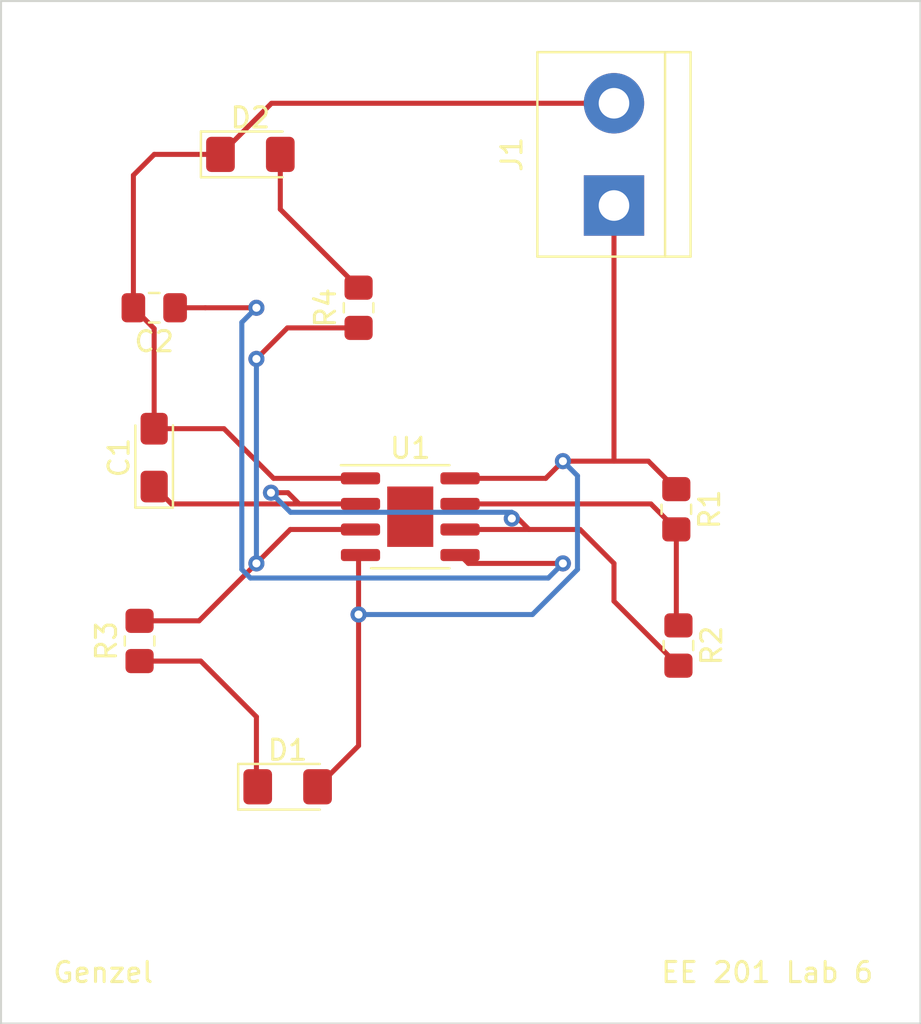
<source format=kicad_pcb>
(kicad_pcb (version 20211014) (generator pcbnew)
  (layers (0 "F.Cu" signal) (31 "B.Cu" signal) (34 "B.Paste" user) (35 "F.Paste" user) (36 "B.SilkS" user "B.Silkscreen") (37 "F.SilkS" user "F.Silkscreen") (38 "B.Mask" user) (39 "F.Mask" user) (44 "Edge.Cuts" user))
  (net 0 "")
  (net 1 "/pin_2")
  (net 2 "GND")
  (net 3 "Net-(C2-Pad1)")
  (net 4 "Net-(D1-Pad1)")
  (net 5 "+9V")
  (net 6 "Net-(D2-Pad2)")
  (net 7 "/pin_7")
  (net 8 "/pin_3")
  (footprint "LED_SMD:LED_1206_3216Metric_Pad1.42x1.75mm_HandSolder" (layer "F.Cu") (at 136.86 63.5)
    (fp_text reference "D2" (at 0 -1.82) (layer "F.SilkS"))
    (fp_text value "LED")
    (fp_line (start -2.46 1.135) (end 1.6 1.135) (layer "F.SilkS") (width 0.12))
    (fp_line (start -2.46 -1.135) (end -2.46 1.135) (layer "F.SilkS") (width 0.12))
    (fp_line (start 1.6 -1.135) (end -2.46 -1.135) (layer "F.SilkS") (width 0.12))
    (pad "1" smd roundrect (at -1.4875 0) (size 1.425 1.75) (layers "F.Cu" "F.Paste" "F.Mask") (roundrect_rratio 0.175439) (net 2 "GND"))
    (pad "2" smd roundrect (at 1.4875 0) (size 1.425 1.75) (layers "F.Cu" "F.Paste" "F.Mask") (roundrect_rratio 0.175439) (net 6 "Net-(D2-Pad2)"))
  )
  (footprint "Resistor_SMD:R_0805_2012Metric_Pad1.20x1.40mm_HandSolder" (layer "F.Cu") (at 158.04 81.13 -90)
    (fp_text reference "R1" (at 0 -1.65 90) (layer "F.SilkS"))
    (fp_text value "1k")
    (fp_line (start -0.227064 -0.735) (end 0.227064 -0.735) (layer "F.SilkS") (width 0.12))
    (fp_line (start -0.227064 0.735) (end 0.227064 0.735) (layer "F.SilkS") (width 0.12))
    (pad "1" smd roundrect (at -1 0 270) (size 1.2 1.4) (layers "F.Cu" "F.Paste" "F.Mask") (roundrect_rratio 0.208333) (net 5 "+9V"))
    (pad "2" smd roundrect (at 1 0 270) (size 1.2 1.4) (layers "F.Cu" "F.Paste" "F.Mask") (roundrect_rratio 0.208333) (net 7 "/pin_7"))
  )
  (footprint "Resistor_SMD:R_0805_2012Metric_Pad1.20x1.40mm_HandSolder" (layer "F.Cu") (at 131.35 87.672936 90)
    (fp_text reference "R3" (at 0 -1.65 90) (layer "F.SilkS"))
    (fp_text value "1k")
    (fp_line (start -0.227064 0.735) (end 0.227064 0.735) (layer "F.SilkS") (width 0.12))
    (fp_line (start -0.227064 -0.735) (end 0.227064 -0.735) (layer "F.SilkS") (width 0.12))
    (pad "1" smd roundrect (at -1 0 90) (size 1.2 1.4) (layers "F.Cu" "F.Paste" "F.Mask") (roundrect_rratio 0.208333) (net 4 "Net-(D1-Pad1)"))
    (pad "2" smd roundrect (at 1 0 90) (size 1.2 1.4) (layers "F.Cu" "F.Paste" "F.Mask") (roundrect_rratio 0.208333) (net 8 "/pin_3"))
  )
  (footprint "Package_SO:SOIC-8-1EP_3.9x4.9mm_P1.27mm_EP2.29x3mm" (layer "F.Cu") (at 144.81 81.5)
    (fp_text reference "U1" (at 0 -3.4) (layer "F.SilkS"))
    (fp_text value "NE555D")
    (fp_line (start 0 2.56) (end -1.95 2.56) (layer "F.SilkS") (width 0.12))
    (fp_line (start 0 -2.56) (end -3.45 -2.56) (layer "F.SilkS") (width 0.12))
    (fp_line (start 0 2.56) (end 1.95 2.56) (layer "F.SilkS") (width 0.12))
    (fp_line (start 0 -2.56) (end 1.95 -2.56) (layer "F.SilkS") (width 0.12))
    (pad "1" smd roundrect (at -2.475 -1.905) (size 1.95 0.6) (layers "F.Cu" "F.Paste" "F.Mask") (net 2 "GND"))
    (pad "2" smd roundrect (at -2.475 -0.635) (size 1.95 0.6) (layers "F.Cu" "F.Paste" "F.Mask") (net 1 "/pin_2"))
    (pad "3" smd roundrect (at -2.475 0.635) (size 1.95 0.6) (layers "F.Cu" "F.Paste" "F.Mask") (net 8 "/pin_3"))
    (pad "4" smd roundrect (at -2.475 1.905) (size 1.95 0.6) (layers "F.Cu" "F.Paste" "F.Mask") (net 5 "+9V"))
    (pad "5" smd roundrect (at 2.475 1.905) (size 1.95 0.6) (layers "F.Cu" "F.Paste" "F.Mask") (net 3 "Net-(C2-Pad1)"))
    (pad "6" smd roundrect (at 2.475 0.635) (size 1.95 0.6) (layers "F.Cu" "F.Paste" "F.Mask") (net 1 "/pin_2"))
    (pad "7" smd roundrect (at 2.475 -0.635) (size 1.95 0.6) (layers "F.Cu" "F.Paste" "F.Mask") (net 7 "/pin_7"))
    (pad "8" smd roundrect (at 2.475 -1.905) (size 1.95 0.6) (layers "F.Cu" "F.Paste" "F.Mask") (net 5 "+9V"))
    (pad "9" smd rect (at 0 0) (size 2.29 3) (layers "F.Cu" "F.Mask"))
  )
  (footprint "Capacitor_Tantalum_SMD:CP_EIA-3216-18_Kemet-A_Pad1.58x1.35mm_HandSolder" (layer "F.Cu") (at 132.075 78.565 90)
    (fp_text reference "C1" (at 0 -1.75 90) (layer "F.SilkS"))
    (fp_text value "10μF")
    (fp_line (start -2.485 -0.935) (end -2.485 0.935) (layer "F.SilkS") (width 0.12))
    (fp_line (start 1.6 -0.935) (end -2.485 -0.935) (layer "F.SilkS") (width 0.12))
    (fp_line (start -2.485 0.935) (end 1.6 0.935) (layer "F.SilkS") (width 0.12))
    (pad "1" smd roundrect (at -1.4375 0 90) (size 1.575 1.35) (layers "F.Cu" "F.Paste" "F.Mask") (roundrect_rratio 0.185185) (net 1 "/pin_2"))
    (pad "2" smd roundrect (at 1.4375 0 90) (size 1.575 1.35) (layers "F.Cu" "F.Paste" "F.Mask") (roundrect_rratio 0.185185) (net 2 "GND"))
  )
  (footprint "LED_SMD:LED_1206_3216Metric_Pad1.42x1.75mm_HandSolder" (layer "F.Cu") (at 138.7125 94.9175)
    (fp_text reference "D1" (at 0 -1.82) (layer "F.SilkS"))
    (fp_text value "LED")
    (fp_line (start -2.46 1.135) (end 1.6 1.135) (layer "F.SilkS") (width 0.12))
    (fp_line (start -2.46 -1.135) (end -2.46 1.135) (layer "F.SilkS") (width 0.12))
    (fp_line (start 1.6 -1.135) (end -2.46 -1.135) (layer "F.SilkS") (width 0.12))
    (pad "1" smd roundrect (at -1.4875 0) (size 1.425 1.75) (layers "F.Cu" "F.Paste" "F.Mask") (roundrect_rratio 0.175439) (net 4 "Net-(D1-Pad1)"))
    (pad "2" smd roundrect (at 1.4875 0) (size 1.425 1.75) (layers "F.Cu" "F.Paste" "F.Mask") (roundrect_rratio 0.175439) (net 5 "+9V"))
  )
  (footprint "TerminalBlock:TerminalBlock_bornier-2_P5.08mm" (layer "F.Cu") (at 154.94 66.04 90)
    (fp_text reference "J1" (at 2.54 -5.08 90) (layer "F.SilkS"))
    (fp_text value "Conn_01x02_Male")
    (fp_line (start -2.54 3.81) (end 7.62 3.81) (layer "F.SilkS") (width 0.12))
    (fp_line (start -2.54 -3.81) (end -2.54 3.81) (layer "F.SilkS") (width 0.12))
    (fp_line (start 7.62 2.54) (end -2.54 2.54) (layer "F.SilkS") (width 0.12))
    (fp_line (start 7.62 -3.81) (end -2.54 -3.81) (layer "F.SilkS") (width 0.12))
    (fp_line (start 7.62 3.81) (end 7.62 -3.81) (layer "F.SilkS") (width 0.12))
    (pad "1" thru_hole rect (at 0 0 90) (size 3 3) (drill 1.52) (layers *.Cu *.Mask) (net 5 "+9V"))
    (pad "2" thru_hole circle (at 5.08 0 90) (size 3 3) (drill 1.52) (layers *.Cu *.Mask) (net 2 "GND"))
  )
  (footprint "Capacitor_SMD:C_0805_2012Metric_Pad1.18x1.45mm_HandSolder" (layer "F.Cu") (at 132.08 71.12 180)
    (fp_text reference "C2" (at 0 -1.68) (layer "F.SilkS"))
    (fp_text value "0.01μF")
    (fp_line (start -0.261252 -0.735) (end 0.261252 -0.735) (layer "F.SilkS") (width 0.12))
    (fp_line (start -0.261252 0.735) (end 0.261252 0.735) (layer "F.SilkS") (width 0.12))
    (pad "1" smd roundrect (at -1.0375 0 180) (size 1.175 1.45) (layers "F.Cu" "F.Paste" "F.Mask") (roundrect_rratio 0.212766) (net 3 "Net-(C2-Pad1)"))
    (pad "2" smd roundrect (at 1.0375 0 180) (size 1.175 1.45) (layers "F.Cu" "F.Paste" "F.Mask") (roundrect_rratio 0.212766) (net 2 "GND"))
  )
  (footprint "Resistor_SMD:R_0805_2012Metric_Pad1.20x1.40mm_HandSolder" (layer "F.Cu") (at 158.145 87.9 -90)
    (fp_text reference "R2" (at 0 -1.65 90) (layer "F.SilkS"))
    (fp_text value "10k")
    (fp_line (start -0.227064 0.735) (end 0.227064 0.735) (layer "F.SilkS") (width 0.12))
    (fp_line (start -0.227064 -0.735) (end 0.227064 -0.735) (layer "F.SilkS") (width 0.12))
    (pad "1" smd roundrect (at -1 0 270) (size 1.2 1.4) (layers "F.Cu" "F.Paste" "F.Mask") (roundrect_rratio 0.208333) (net 7 "/pin_7"))
    (pad "2" smd roundrect (at 1 0 270) (size 1.2 1.4) (layers "F.Cu" "F.Paste" "F.Mask") (roundrect_rratio 0.208333) (net 1 "/pin_2"))
  )
  (footprint "Resistor_SMD:R_0805_2012Metric_Pad1.20x1.40mm_HandSolder" (layer "F.Cu") (at 142.24 71.12 90)
    (fp_text reference "R4" (at 0 -1.65 90) (layer "F.SilkS"))
    (fp_text value "1k")
    (fp_line (start -0.227064 0.735) (end 0.227064 0.735) (layer "F.SilkS") (width 0.12))
    (fp_line (start -0.227064 -0.735) (end 0.227064 -0.735) (layer "F.SilkS") (width 0.12))
    (pad "1" smd roundrect (at -1 0 90) (size 1.2 1.4) (layers "F.Cu" "F.Paste" "F.Mask") (roundrect_rratio 0.208333) (net 8 "/pin_3"))
    (pad "2" smd roundrect (at 1 0 90) (size 1.2 1.4) (layers "F.Cu" "F.Paste" "F.Mask") (roundrect_rratio 0.208333) (net 6 "Net-(D2-Pad2)"))
  )
  (gr_rect (start 124.46 55.88) (end 170.18 106.68) (layer "Edge.Cuts") (width 0.1) (fill none))
  (gr_text "EE 201 Lab 6" (at 162.56 104.14) (layer "F.SilkS") (effects (font (size 1 1))))
  (gr_text "Genzel" (at 129.54 104.14) (layer "F.SilkS") (effects (font (size 1 1))))
  (segment (start 150.715 82.135) (end 153.255 82.135) (width 0.25) (layer "F.Cu") (net 1))
  (segment (start 149.895 81.315) (end 149.86 81.315) (width 0.25) (layer "F.Cu") (net 1))
  (segment (start 154.94 83.82) (end 154.94 85.695) (width 0.25) (layer "F.Cu") (net 1))
  (segment (start 150.715 82.135) (end 149.895 81.315) (width 0.25) (layer "F.Cu") (net 1))
  (segment (start 153.255 82.135) (end 154.94 83.82) (width 0.25) (layer "F.Cu") (net 1))
  (segment (start 138.72765 80.30765) (end 137.8845 80.30765) (width 0.25) (layer "F.Cu") (net 1))
  (segment (start 139.285 80.865) (end 142.335 80.865) (width 0.25) (layer "F.Cu") (net 1))
  (segment (start 132.9375 80.865) (end 139.285 80.865) (width 0.25) (layer "F.Cu") (net 1))
  (segment (start 154.94 85.695) (end 158.145 88.9) (width 0.25) (layer "F.Cu") (net 1))
  (segment (start 147.285 82.135) (end 150.715 82.135) (width 0.25) (layer "F.Cu") (net 1))
  (segment (start 132.075 80.0025) (end 132.9375 80.865) (width 0.25) (layer "F.Cu") (net 1))
  (segment (start 139.285 80.865) (end 138.72765 80.30765) (width 0.25) (layer "F.Cu") (net 1))
  (segment (start 149.86 81.315) (end 149.86 81.5895) (width 0.25) (layer "F.Cu") (net 1))
  (via (at 137.8845 80.30765) (size 0.8) (drill 0.4) (layers "F.Cu" "B.Cu") (net 1))
  (via (at 149.86 81.5895) (size 0.8) (drill 0.4) (layers "F.Cu" "B.Cu") (net 1))
  (segment (start 149.86 81.5895) (end 149.86 81.28) (width 0.25) (layer "B.Cu") (net 1))
  (segment (start 137.8845 80.30765) (end 138.85685 81.28) (width 0.25) (layer "B.Cu") (net 1))
  (segment (start 138.85685 81.28) (end 149.86 81.28) (width 0.25) (layer "B.Cu") (net 1))
  (segment (start 131.0425 71.12) (end 132.075 72.1525) (width 0.25) (layer "F.Cu") (net 2))
  (segment (start 131.0425 64.5375) (end 131.0425 71.12) (width 0.25) (layer "F.Cu") (net 2))
  (segment (start 137.9125 60.96) (end 135.3725 63.5) (width 0.25) (layer "F.Cu") (net 2))
  (segment (start 132.075 72.1525) (end 132.075 77.1275) (width 0.25) (layer "F.Cu") (net 2))
  (segment (start 135.3725 63.5) (end 132.08 63.5) (width 0.25) (layer "F.Cu") (net 2))
  (segment (start 138.015 79.595) (end 142.335 79.595) (width 0.25) (layer "F.Cu") (net 2))
  (segment (start 132.08 63.5) (end 131.0425 64.5375) (width 0.25) (layer "F.Cu") (net 2))
  (segment (start 132.075 77.1275) (end 135.5475 77.1275) (width 0.25) (layer "F.Cu") (net 2))
  (segment (start 154.94 60.96) (end 137.9125 60.96) (width 0.25) (layer "F.Cu") (net 2))
  (segment (start 135.5475 77.1275) (end 138.015 79.595) (width 0.25) (layer "F.Cu") (net 2))
  (segment (start 152.4 83.82) (end 147.7 83.82) (width 0.25) (layer "F.Cu") (net 3))
  (segment (start 133.1175 71.12) (end 134.62 71.12) (width 0.25) (layer "F.Cu") (net 3))
  (segment (start 147.7 83.82) (end 147.285 83.405) (width 0.25) (layer "F.Cu") (net 3))
  (segment (start 134.62 71.12) (end 137.16 71.12) (width 0.25) (layer "F.Cu") (net 3))
  (via (at 152.4 83.82) (size 0.8) (drill 0.4) (layers "F.Cu" "B.Cu") (net 3))
  (via (at 137.16 71.12) (size 0.8) (drill 0.4) (layers "F.Cu" "B.Cu") (net 3))
  (segment (start 151.675 84.545) (end 152.4 83.82) (width 0.25) (layer "B.Cu") (net 3))
  (segment (start 136.859695 84.545) (end 151.675 84.545) (width 0.25) (layer "B.Cu") (net 3))
  (segment (start 137.16 71.12) (end 136.435 71.845) (width 0.25) (layer "B.Cu") (net 3))
  (segment (start 136.435 84.120305) (end 136.859695 84.545) (width 0.25) (layer "B.Cu") (net 3))
  (segment (start 136.435 71.845) (end 136.435 84.120305) (width 0.25) (layer "B.Cu") (net 3))
  (segment (start 137.225 94.9175) (end 137.16 94.8525) (width 0.25) (layer "F.Cu") (net 4))
  (segment (start 137.16 91.44) (end 134.392936 88.672936) (width 0.25) (layer "F.Cu") (net 4))
  (segment (start 137.16 94.8525) (end 137.16 91.44) (width 0.25) (layer "F.Cu") (net 4))
  (segment (start 134.392936 88.672936) (end 131.35 88.672936) (width 0.25) (layer "F.Cu") (net 4))
  (segment (start 151.545 79.595) (end 152.4 78.74) (width 0.25) (layer "F.Cu") (net 5))
  (segment (start 156.65 78.74) (end 154.94 78.74) (width 0.25) (layer "F.Cu") (net 5))
  (segment (start 154.94 78.74) (end 154.94 66.04) (width 0.25) (layer "F.Cu") (net 5))
  (segment (start 152.4 78.74) (end 154.94 78.74) (width 0.25) (layer "F.Cu") (net 5))
  (segment (start 142.24 92.8775) (end 142.24 83.5) (width 0.25) (layer "F.Cu") (net 5))
  (segment (start 151.545 79.595) (end 147.285 79.595) (width 0.25) (layer "F.Cu") (net 5))
  (segment (start 142.24 83.5) (end 142.335 83.405) (width 0.25) (layer "F.Cu") (net 5))
  (segment (start 140.2 94.9175) (end 142.24 92.8775) (width 0.25) (layer "F.Cu") (net 5))
  (segment (start 156.65 78.74) (end 158.04 80.13) (width 0.25) (layer "F.Cu") (net 5))
  (via (at 142.24 86.36) (size 0.8) (drill 0.4) (layers "F.Cu" "B.Cu") (net 5))
  (via (at 152.4 78.74) (size 0.8) (drill 0.4) (layers "F.Cu" "B.Cu") (net 5))
  (segment (start 153.125 84.120305) (end 153.125 79.465) (width 0.25) (layer "B.Cu") (net 5))
  (segment (start 150.885305 86.36) (end 153.125 84.120305) (width 0.25) (layer "B.Cu") (net 5))
  (segment (start 142.24 86.36) (end 150.885305 86.36) (width 0.25) (layer "B.Cu") (net 5))
  (segment (start 153.125 79.465) (end 152.4 78.74) (width 0.25) (layer "B.Cu") (net 5))
  (segment (start 138.3475 66.2275) (end 138.3475 63.5) (width 0.25) (layer "F.Cu") (net 6))
  (segment (start 142.24 70.12) (end 138.3475 66.2275) (width 0.25) (layer "F.Cu") (net 6))
  (segment (start 158.04 82.13) (end 156.775 80.865) (width 0.25) (layer "F.Cu") (net 7))
  (segment (start 158.04 86.795) (end 158.04 82.13) (width 0.25) (layer "F.Cu") (net 7))
  (segment (start 158.145 86.9) (end 158.04 86.795) (width 0.25) (layer "F.Cu") (net 7))
  (segment (start 156.775 80.865) (end 147.285 80.865) (width 0.25) (layer "F.Cu") (net 7))
  (segment (start 131.35 86.672936) (end 134.307064 86.672936) (width 0.25) (layer "F.Cu") (net 8))
  (segment (start 134.307064 86.672936) (end 138.845 82.135) (width 0.25) (layer "F.Cu") (net 8))
  (segment (start 142.24 72.12) (end 138.7 72.12) (width 0.25) (layer "F.Cu") (net 8))
  (segment (start 138.845 82.135) (end 142.335 82.135) (width 0.25) (layer "F.Cu") (net 8))
  (segment (start 138.7 72.12) (end 137.16 73.66) (width 0.25) (layer "F.Cu") (net 8))
  (via (at 137.16 83.82) (size 0.8) (drill 0.4) (layers "F.Cu" "B.Cu") (net 8))
  (via (at 137.16 73.66) (size 0.8) (drill 0.4) (layers "F.Cu" "B.Cu") (net 8))
  (segment (start 137.16 73.66) (end 137.16 83.82) (width 0.25) (layer "B.Cu") (net 8))
)
</source>
